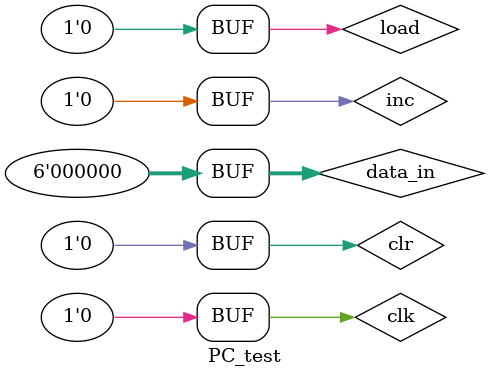
<source format=v>
`timescale 1ns / 1ps


module PC_test;

	// Inputs
	reg [5:0] data_in;
	reg load;
	reg inc;
	reg clr;
	reg clk;

	// Outputs
	wire [5:0] data_out;

	// Instantiate the Unit Under Test (UUT)
	PC uut (
		.data_in(data_in), 
		.load(load), 
		.inc(inc), 
		.clr(clr), 
		.clk(clk), 
		.data_out(data_out)
	);

	initial begin
		// Initialize Inputs
		data_in = 0;
		load = 0;
		inc = 0;
		clr = 0;
		clk = 0;

		// Wait 100 ns for global reset to finish
		#100;
        
		// Add stimulus here

	end
      
endmodule


</source>
